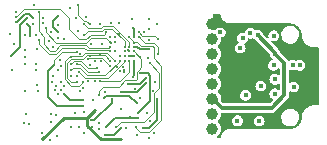
<source format=gbr>
%TF.GenerationSoftware,KiCad,Pcbnew,(7.0.0)*%
%TF.CreationDate,2023-08-10T15:11:27-07:00*%
%TF.ProjectId,Miniscope-v4-Wire-Free,4d696e69-7363-46f7-9065-2d76342d5769,rev?*%
%TF.SameCoordinates,Original*%
%TF.FileFunction,Copper,L5,Inr*%
%TF.FilePolarity,Positive*%
%FSLAX46Y46*%
G04 Gerber Fmt 4.6, Leading zero omitted, Abs format (unit mm)*
G04 Created by KiCad (PCBNEW (7.0.0)) date 2023-08-10 15:11:27*
%MOMM*%
%LPD*%
G01*
G04 APERTURE LIST*
%TA.AperFunction,ComponentPad*%
%ADD10C,1.000000*%
%TD*%
%TA.AperFunction,ViaPad*%
%ADD11C,0.304800*%
%TD*%
%TA.AperFunction,ViaPad*%
%ADD12C,0.254000*%
%TD*%
%TA.AperFunction,ViaPad*%
%ADD13C,0.400000*%
%TD*%
%TA.AperFunction,Conductor*%
%ADD14C,0.152400*%
%TD*%
%TA.AperFunction,Conductor*%
%ADD15C,0.101600*%
%TD*%
%TA.AperFunction,Conductor*%
%ADD16C,0.304800*%
%TD*%
%TA.AperFunction,Conductor*%
%ADD17C,0.254000*%
%TD*%
G04 APERTURE END LIST*
D10*
%TO.N,+3V3*%
%TO.C,J21*%
X97000000Y-60055000D03*
%TD*%
%TO.N,/I2C_BB_SCL*%
%TO.C,J22*%
X97000000Y-61325000D03*
%TD*%
%TO.N,/IR_REC*%
%TO.C,J24*%
X97000000Y-63865000D03*
%TD*%
%TO.N,/I_LED*%
%TO.C,J25*%
X97000000Y-65135000D03*
%TD*%
%TO.N,+1V8*%
%TO.C,J26*%
X97000000Y-66405000D03*
%TD*%
%TO.N,/nON*%
%TO.C,J27*%
X97000000Y-67675000D03*
%TD*%
%TO.N,/I2C_BB_SDA*%
%TO.C,J23*%
X97000000Y-62595000D03*
%TD*%
%TO.N,GND*%
%TO.C,J12*%
X97000000Y-68945000D03*
%TD*%
D11*
%TO.N,Net-(U1-FB1)*%
X87808100Y-66367500D03*
D12*
X90601400Y-66808300D03*
D11*
%TO.N,Net-(U1-FB2)*%
X90857000Y-66367500D03*
%TO.N,Net-(D2-K)*%
X82191800Y-65254200D03*
D12*
X84960400Y-58701000D03*
X84960400Y-58701000D03*
D11*
%TO.N,Net-(U1-SW1)*%
X87945402Y-69462600D03*
D12*
X89280600Y-68903800D03*
D11*
%TO.N,Net-(U1-SW2)*%
X90614100Y-69513400D03*
%TO.N,Net-(U6B-VSW)*%
X91615200Y-61410790D03*
D12*
%TO.N,Net-(Q2-B)*%
X86630160Y-60112368D03*
X85620800Y-58472400D03*
D11*
%TO.N,Net-(U1-PROG)*%
X87449600Y-68480000D03*
D12*
%TO.N,Net-(U1-HPWR)*%
X88491000Y-66473400D03*
X86738400Y-68213300D03*
D11*
%TO.N,GND*%
X81051000Y-68497400D03*
X83349700Y-68357700D03*
X85474133Y-59612893D03*
X81114500Y-65779600D03*
X92060200Y-69335600D03*
D13*
X99140000Y-68270000D03*
X102200000Y-63590000D03*
D11*
X83957611Y-64010396D03*
D13*
X103820000Y-63550000D03*
X100980000Y-68300000D03*
D12*
X89850400Y-62299800D03*
D11*
X83210000Y-61537800D03*
D13*
X102210000Y-61070000D03*
X99819400Y-66125600D03*
D11*
X81571700Y-61131400D03*
D12*
X86672400Y-62754000D03*
D11*
X83556203Y-64504598D03*
D12*
X89698000Y-68853000D03*
D11*
X86446800Y-64941400D03*
X83932200Y-66033600D03*
D13*
X99370000Y-62120000D03*
X104410000Y-63580000D03*
D11*
X86131000Y-67544900D03*
X82625800Y-69275800D03*
X85032200Y-68810200D03*
D12*
X85049800Y-62858600D03*
D11*
X82090200Y-63476200D03*
X91615200Y-69707000D03*
X83946500Y-60170600D03*
D12*
X90907800Y-62840800D03*
D11*
X88417000Y-59963000D03*
X83819600Y-69551500D03*
X81889200Y-58464400D03*
X85722400Y-68835600D03*
X81127200Y-62274400D03*
D12*
X89129800Y-60915800D03*
D11*
X89318700Y-67316300D03*
X90282200Y-64535000D03*
X82079700Y-63988900D03*
D12*
X81317700Y-60077300D03*
X89982200Y-62398200D03*
X89982200Y-62398200D03*
X88782200Y-62398200D03*
X88782200Y-62398200D03*
X90382200Y-63198200D03*
D11*
%TO.N,/SD_DAT2*%
X79844500Y-60890100D03*
%TO.N,/SD_DAT3*%
X80187400Y-61741000D03*
%TO.N,/SD_DAT0*%
X82067000Y-61017100D03*
%TO.N,/SD_CMD*%
X79971500Y-62769700D03*
D12*
X81305000Y-59569300D03*
D11*
%TO.N,/SD_CLK*%
X81130607Y-61000993D03*
%TO.N,/SD_DAT1*%
X80352500Y-59937600D03*
D12*
X81813000Y-59582000D03*
%TO.N,/USB_VBUS*%
X91983500Y-65774900D03*
D11*
X86933200Y-66502800D03*
%TO.N,/SWCLK*%
X86154200Y-60123400D03*
D12*
X89982200Y-61998200D03*
D11*
%TO.N,/SWDIO*%
X86116600Y-61029800D03*
D12*
X89582200Y-61998200D03*
D11*
%TO.N,+1V8*%
X91676198Y-62223610D03*
D13*
X100860800Y-61045600D03*
D11*
X81508200Y-68522800D03*
X81114500Y-63447200D03*
X82706100Y-60017900D03*
X91676174Y-59683600D03*
X84465600Y-66006475D03*
X84160800Y-63595200D03*
X88021597Y-68785053D03*
X82143200Y-62210900D03*
D12*
X90374400Y-61697800D03*
X85828800Y-62641800D03*
D11*
X91145275Y-68904400D03*
D13*
X102350000Y-62640000D03*
D11*
X85664425Y-60683005D03*
X87920000Y-65805000D03*
D12*
X86726200Y-61766400D03*
X90374400Y-61697800D03*
X89182200Y-62798200D03*
X86054800Y-66490800D03*
X90383800Y-62798200D03*
X92330200Y-66405000D03*
X89182200Y-62798200D03*
X86726200Y-61766400D03*
X90730600Y-68021100D03*
X90382200Y-61998200D03*
X89982200Y-62798200D03*
D11*
%TO.N,/SPI1_MOSI*%
X83451300Y-64966800D03*
D12*
X88782200Y-61198200D03*
X88782200Y-61198200D03*
D11*
%TO.N,/SPI1_MISO*%
X83787717Y-65298375D03*
D12*
X88382200Y-61198200D03*
X88382200Y-61198200D03*
%TO.N,/SPI1_SCK*%
X88782200Y-61598200D03*
X88782200Y-61598200D03*
X85787754Y-65731537D03*
X85787754Y-65731537D03*
%TO.N,/SPI1_NSS*%
X87640600Y-61791800D03*
X86052254Y-65490537D03*
X87640600Y-61791800D03*
D11*
%TO.N,/SDMMC1_D0*%
X82884880Y-60430360D03*
D12*
X88382200Y-61598200D03*
D11*
%TO.N,/SDMMC1_D1*%
X83982160Y-61273640D03*
X82675813Y-59581213D03*
%TO.N,/SDMMC1_D3*%
X80365202Y-59074000D03*
X84454600Y-61359968D03*
%TO.N,/SDMMC1_CMD*%
X80377900Y-59505800D03*
D12*
X87982200Y-60798200D03*
%TO.N,/SDMMC1_D2*%
X82309000Y-59073300D03*
X88382200Y-61998200D03*
D11*
%TO.N,/SDMMC1_CK*%
X82346400Y-61461600D03*
D12*
X88382200Y-62398200D03*
D11*
%TO.N,+3V3*%
X83946500Y-60720600D03*
X81216100Y-67684600D03*
D13*
X99133600Y-65490600D03*
D11*
X80035000Y-63950800D03*
X81114500Y-62833200D03*
X91424700Y-64644610D03*
D12*
X90434600Y-65576400D03*
X90079000Y-67913200D03*
D11*
X83792000Y-67802000D03*
X82259295Y-65741708D03*
X83311500Y-60720600D03*
D13*
X98930400Y-61020200D03*
D11*
X83652687Y-65681699D03*
D12*
X81813000Y-60077300D03*
X83946600Y-59416900D03*
X83946600Y-59416900D03*
X83551200Y-61995000D03*
X90434600Y-65576400D03*
X92365000Y-60039200D03*
X90079000Y-67913200D03*
X89901200Y-65144600D03*
X83551200Y-61995000D03*
D11*
X83300000Y-69880000D03*
D12*
X92365000Y-60039200D03*
X81813000Y-60077300D03*
D13*
%TO.N,/EWL_1*%
X102300000Y-65990000D03*
%TO.N,/EWL_2*%
X102299996Y-64770000D03*
D12*
%TO.N,/LED_PWM*%
X87472400Y-62746600D03*
D11*
X91245317Y-60771100D03*
%TO.N,VDC*%
X89307600Y-69800400D03*
X82625800Y-69830900D03*
X87043200Y-67349700D03*
D12*
X86861000Y-68843400D03*
D11*
%TO.N,/ENT*%
X90290855Y-60437692D03*
D12*
X88936000Y-63747600D03*
X90380880Y-61198200D03*
X88936000Y-63747600D03*
D11*
%TO.N,/VDD_PIX*%
X85546000Y-64489600D03*
X83627400Y-63519002D03*
D12*
X85546800Y-62490300D03*
X86046000Y-66989600D03*
D11*
%TO.N,/VDDA*%
X89129800Y-60025800D03*
%TO.N,/RESET_N*%
X84480000Y-65346075D03*
X86614267Y-63531700D03*
%TO.N,/TRIGGER0*%
X84165513Y-65676275D03*
X87550000Y-63250000D03*
%TO.N,/MONITOR0*%
X83330000Y-67690000D03*
D12*
X87475000Y-60072600D03*
X87475000Y-60072600D03*
D11*
%TO.N,/BAT+*%
X86125873Y-69346527D03*
D13*
%TO.N,/IR_REC*%
X101110000Y-65340000D03*
D11*
%TO.N,/XIN32*%
X91628400Y-60466300D03*
D12*
X88418600Y-61702200D03*
D11*
%TO.N,/XOUT32*%
X90167400Y-59640800D03*
%TO.N,/VDDCORE*%
X91589800Y-62993600D03*
%TO.N,/nRESET*%
X87437400Y-66084400D03*
D12*
X90382200Y-62398200D03*
D11*
%TO.N,/CLK1_OUT*%
X84150000Y-63150000D03*
X87058100Y-63224392D03*
D12*
%TO.N,/PCC_DEN2*%
X88382200Y-63198200D03*
X85546800Y-64992200D03*
%TO.N,/PCC_DATA0*%
X88382200Y-63598200D03*
X86471360Y-63041480D03*
%TO.N,/PCC_DEN1*%
X88782200Y-63198200D03*
X86046000Y-64989600D03*
%TO.N,/PCC_DATA1*%
X87250000Y-63836500D03*
X85046000Y-63489600D03*
%TO.N,/PCC_DATA3*%
X85045999Y-63988900D03*
X89182200Y-63198200D03*
%TO.N,/PCC_DATA2*%
X87423389Y-64153977D03*
X85546800Y-63493600D03*
%TO.N,/PCC_DATA5*%
X89153600Y-64042800D03*
X89153600Y-64042800D03*
X89582200Y-62798200D03*
X89582200Y-62798200D03*
%TO.N,/PCC_DATA4*%
X89582200Y-63198200D03*
X85724600Y-64141300D03*
D11*
%TO.N,/ADC0*%
X90536200Y-68776800D03*
D12*
X85340800Y-67650200D03*
X89982200Y-61198200D03*
D11*
%TO.N,/PCC_DATA7*%
X84175200Y-65002360D03*
D12*
X89982200Y-63198200D03*
X87462800Y-64921080D03*
%TO.N,/PCC_DATA6*%
X85048960Y-64494360D03*
X87056400Y-64916000D03*
X87056400Y-64916000D03*
X85048960Y-64494360D03*
D13*
%TO.N,/I2C_BB_SDA*%
X100238009Y-60867800D03*
D12*
X90782200Y-61198200D03*
X92381000Y-62595000D03*
D13*
%TO.N,/I2C_BB_SCL*%
X99565419Y-61285419D03*
D12*
X92402600Y-61317200D03*
X90782200Y-60798200D03*
%TO.N,/I_LED*%
X89443500Y-63730200D03*
D13*
X103900000Y-65410000D03*
D11*
X92123196Y-65025600D03*
%TO.N,/UART_RX*%
X91704600Y-68319600D03*
D12*
X89547946Y-64013589D03*
X89557454Y-64106237D03*
D11*
%TO.N,/UART_TX*%
X91441871Y-67629458D03*
D12*
X89582200Y-62398200D03*
X89582200Y-62398200D03*
D11*
%TO.N,/SD_DET*%
X86281200Y-59488402D03*
D12*
%TO.N,/PUSH_BUT_MCU*%
X89280600Y-65863790D03*
X91424700Y-65093500D03*
D13*
%TO.N,/nON*%
X97700000Y-60740000D03*
D12*
%TO.N,/3V3_EN*%
X90730600Y-67621100D03*
X90917200Y-64255600D03*
D11*
%TO.N,/nCHRG*%
X88872000Y-68810200D03*
X87398800Y-68962600D03*
D12*
X91692116Y-63424684D03*
%TD*%
D14*
%TO.N,Net-(U1-FB1)*%
X90601400Y-66808300D02*
X90601400Y-66782900D01*
X88007000Y-66168600D02*
X87808100Y-66367500D01*
X90601400Y-66782900D02*
X89987100Y-66168600D01*
X89987100Y-66168600D02*
X88007000Y-66168600D01*
%TO.N,Net-(U1-SW1)*%
X89280600Y-68903800D02*
X88721800Y-69462600D01*
X88721800Y-69462600D02*
X87945402Y-69462600D01*
D15*
%TO.N,Net-(Q2-B)*%
X86160291Y-59818599D02*
X86336391Y-59818599D01*
X85620800Y-58472400D02*
X85620800Y-59279108D01*
X86336391Y-59818599D02*
X86630160Y-60112368D01*
X85620800Y-59279108D02*
X86160291Y-59818599D01*
D14*
%TO.N,Net-(U1-HPWR)*%
X86743100Y-68218000D02*
X86738400Y-68213300D01*
X87031000Y-68218000D02*
X86743100Y-68218000D01*
X88491000Y-66473400D02*
X88491000Y-66758000D01*
X88491000Y-66758000D02*
X87031000Y-68218000D01*
%TO.N,GND*%
X90382200Y-63198200D02*
X90382200Y-64435000D01*
X81317700Y-60077300D02*
X81571700Y-60331300D01*
X81571700Y-60331300D02*
X81571700Y-61131400D01*
X90382200Y-64435000D02*
X90282200Y-64535000D01*
%TO.N,/SD_CMD*%
X79971500Y-62755300D02*
X79971500Y-62769700D01*
X80708100Y-62018700D02*
X79971500Y-62755300D01*
X81305000Y-59569300D02*
X80708100Y-60166200D01*
X80708100Y-60166200D02*
X80708100Y-62018700D01*
%TO.N,/SD_DAT1*%
X80485594Y-59937600D02*
X80352500Y-59937600D01*
X81495499Y-59264499D02*
X81158695Y-59264499D01*
X81158695Y-59264499D02*
X80485594Y-59937600D01*
X81813000Y-59582000D02*
X81495499Y-59264499D01*
D15*
%TO.N,/SWCLK*%
X87767600Y-60267800D02*
X87615200Y-60420200D01*
X86451000Y-60420200D02*
X86154200Y-60123400D01*
X87615200Y-60420200D02*
X86451000Y-60420200D01*
X89982200Y-61998200D02*
X89982200Y-61644200D01*
X89982200Y-61644200D02*
X88605800Y-60267800D01*
X88605800Y-60267800D02*
X87767600Y-60267800D01*
%TO.N,/SWDIO*%
X89582200Y-61554143D02*
X88524457Y-60496400D01*
X89582200Y-61998200D02*
X89582200Y-61554143D01*
X87843800Y-60496400D02*
X87640600Y-60699600D01*
X88524457Y-60496400D02*
X87843800Y-60496400D01*
X87640600Y-60699600D02*
X86472200Y-60699600D01*
X86142000Y-61029800D02*
X86116600Y-61029800D01*
X86472200Y-60699600D02*
X86142000Y-61029800D01*
D16*
%TO.N,+1V8*%
X102350000Y-62534800D02*
X102350000Y-62640000D01*
X100860800Y-61045600D02*
X102350000Y-62534800D01*
D14*
X90843512Y-62223610D02*
X91676198Y-62223610D01*
D16*
X97795000Y-67200000D02*
X97279010Y-66684010D01*
X103120000Y-66100000D02*
X102020000Y-67200000D01*
D14*
X86054800Y-66490800D02*
X84949925Y-66490800D01*
D16*
X102350000Y-62640000D02*
X103120000Y-63410000D01*
D14*
X90618102Y-61998200D02*
X90843512Y-62223610D01*
X92330200Y-66405000D02*
X92330200Y-68182698D01*
D16*
X103120000Y-63410000D02*
X103120000Y-66100000D01*
D14*
X88785550Y-68021100D02*
X88021597Y-68785053D01*
X92330200Y-68182698D02*
X91608498Y-68904400D01*
X84949925Y-66490800D02*
X84465600Y-66006475D01*
X90383800Y-62798200D02*
X89982200Y-62798200D01*
X90382200Y-61998200D02*
X90618102Y-61998200D01*
D16*
X102020000Y-67200000D02*
X97795000Y-67200000D01*
D14*
X91608498Y-68904400D02*
X91145275Y-68904400D01*
X90730600Y-68021100D02*
X88785550Y-68021100D01*
D16*
X97279010Y-66684010D02*
X97279010Y-66405000D01*
D15*
%TO.N,/SDMMC1_D0*%
X88042400Y-61258400D02*
X86751600Y-61258400D01*
X88382200Y-61598200D02*
X88042400Y-61258400D01*
X82884880Y-60757646D02*
X82884880Y-60430360D01*
X83792012Y-61664778D02*
X82884880Y-60757646D01*
X86345222Y-61664778D02*
X83792012Y-61664778D01*
X86751600Y-61258400D02*
X86345222Y-61664778D01*
X88382200Y-61598200D02*
X88377578Y-61593578D01*
%TO.N,/SDMMC1_CMD*%
X84897400Y-60521800D02*
X85761000Y-61385400D01*
X84897400Y-59556600D02*
X84897400Y-60521800D01*
X86700800Y-60979000D02*
X87801400Y-60979000D01*
X86294400Y-61385400D02*
X86700800Y-60979000D01*
X85761000Y-61385400D02*
X86294400Y-61385400D01*
X87801400Y-60979000D02*
X87982200Y-60798200D01*
X80377900Y-59505800D02*
X81089801Y-58793899D01*
X81089801Y-58793899D02*
X84134699Y-58793899D01*
X84134699Y-58793899D02*
X84897400Y-59556600D01*
%TO.N,/SDMMC1_D2*%
X86545839Y-62106739D02*
X88273661Y-62106739D01*
X82778200Y-61806200D02*
X83297200Y-62325200D01*
X82309000Y-60702840D02*
X82778200Y-61172040D01*
X82309000Y-59073300D02*
X82309000Y-60702840D01*
X88273661Y-62106739D02*
X88382200Y-61998200D01*
X83297200Y-62325200D02*
X83678200Y-62325200D01*
X82778200Y-61172040D02*
X82778200Y-61806200D01*
X86307089Y-61867989D02*
X86545839Y-62106739D01*
X83678200Y-62325200D02*
X84135411Y-61867989D01*
X84135411Y-61867989D02*
X86307089Y-61867989D01*
%TO.N,/SDMMC1_CK*%
X86167400Y-62071200D02*
X86406150Y-62309950D01*
X84287800Y-62071200D02*
X86167400Y-62071200D01*
X83779800Y-62579200D02*
X84287800Y-62071200D01*
X86406150Y-62309950D02*
X88181332Y-62309950D01*
X88269582Y-62398200D02*
X88382200Y-62398200D01*
X82346400Y-61780800D02*
X83144800Y-62579200D01*
X83144800Y-62579200D02*
X83779800Y-62579200D01*
X82346400Y-61461600D02*
X82346400Y-61780800D01*
X88181332Y-62309950D02*
X88269582Y-62398200D01*
D14*
%TO.N,+3V3*%
X97902200Y-60344000D02*
X97289000Y-60344000D01*
X91366390Y-64644610D02*
X91424700Y-64644610D01*
X83525800Y-59837700D02*
X83946600Y-59416900D01*
X83946500Y-60720600D02*
X83525800Y-60299900D01*
X98930400Y-61020200D02*
X98578400Y-61020200D01*
X89901200Y-65144600D02*
X90866400Y-65144600D01*
X90866400Y-65144600D02*
X91366390Y-64644610D01*
X83525800Y-60299900D02*
X83525800Y-59837700D01*
X98578400Y-61020200D02*
X97902200Y-60344000D01*
X97289000Y-60344000D02*
X97202810Y-60257810D01*
X97202810Y-60257810D02*
X97202810Y-60055000D01*
D17*
%TO.N,VDC*%
X87043200Y-67349700D02*
X86382799Y-68010101D01*
X86382799Y-68010101D02*
X86382799Y-68688281D01*
X87546119Y-69851601D02*
X89256399Y-69851601D01*
X84446599Y-68010101D02*
X86382799Y-68010101D01*
X86382799Y-68688281D02*
X87546119Y-69851601D01*
X82625800Y-69830900D02*
X84446599Y-68010101D01*
X89256399Y-69851601D02*
X89307600Y-69800400D01*
D14*
%TO.N,/ENT*%
X90380880Y-61198200D02*
X90380880Y-60527717D01*
X90380880Y-60527717D02*
X90290855Y-60437692D01*
D15*
%TO.N,/VDD_PIX*%
X84249700Y-62490300D02*
X83627400Y-63112600D01*
X85546800Y-62490300D02*
X84249700Y-62490300D01*
D14*
X83872200Y-66989600D02*
X83121099Y-66238499D01*
X83121099Y-66238499D02*
X83121099Y-64025303D01*
D15*
X83627400Y-63112600D02*
X83627400Y-63519002D01*
D14*
X86046000Y-66989600D02*
X83872200Y-66989600D01*
X83121099Y-64025303D02*
X83627400Y-63519002D01*
D15*
%TO.N,/nRESET*%
X91005600Y-63021600D02*
X91005600Y-63760800D01*
X90382200Y-62398200D02*
X91005600Y-63021600D01*
X90536200Y-64839800D02*
X89647200Y-64839800D01*
X91005600Y-63760800D02*
X90794901Y-63971499D01*
X89647200Y-64839800D02*
X89067700Y-65419300D01*
X90637800Y-64738200D02*
X90536200Y-64839800D01*
X87437400Y-65728800D02*
X87437400Y-66084400D01*
X89067700Y-65419300D02*
X87746900Y-65419300D01*
X87746900Y-65419300D02*
X87437400Y-65728800D01*
X90787787Y-63971499D02*
X90637800Y-64121486D01*
X90794901Y-63971499D02*
X90787787Y-63971499D01*
X90637800Y-64121486D02*
X90637800Y-64738200D01*
%TO.N,/PCC_DEN2*%
X86091211Y-63010989D02*
X85075211Y-63010989D01*
X86385829Y-62716371D02*
X86091211Y-63010989D01*
X85075211Y-63010989D02*
X84745000Y-63341200D01*
X88382200Y-63198200D02*
X87900371Y-62716371D01*
X84745000Y-63341200D02*
X84745000Y-64687400D01*
X84745000Y-64687400D02*
X85049800Y-64992200D01*
X85049800Y-64992200D02*
X85546800Y-64992200D01*
X87900371Y-62716371D02*
X86385829Y-62716371D01*
%TO.N,/PCC_DATA0*%
X88382200Y-63598200D02*
X87703582Y-62919582D01*
X87703582Y-62919582D02*
X86593258Y-62919582D01*
X86593258Y-62919582D02*
X86471360Y-63041480D01*
%TO.N,/PCC_DEN1*%
X85710200Y-65322400D02*
X86043000Y-64989600D01*
X85964222Y-62807778D02*
X84948222Y-62807778D01*
X85074780Y-65322400D02*
X85710200Y-65322400D01*
X86043000Y-64989600D02*
X86046000Y-64989600D01*
X88782200Y-63198200D02*
X88097160Y-62513160D01*
X84948222Y-62807778D02*
X84530800Y-63225200D01*
X84530800Y-63225200D02*
X84530800Y-64778420D01*
X84530800Y-64778420D02*
X85074780Y-65322400D01*
X86258840Y-62513160D02*
X85964222Y-62807778D01*
X88097160Y-62513160D02*
X86258840Y-62513160D01*
%TO.N,/PCC_DATA1*%
X86486500Y-63836500D02*
X87250000Y-63836500D01*
X85046000Y-63489600D02*
X85321401Y-63214199D01*
X85321401Y-63214199D02*
X85864199Y-63214199D01*
X85864199Y-63214199D02*
X86486500Y-63836500D01*
%TO.N,/PCC_DATA3*%
X86433387Y-64433387D02*
X87947013Y-64433387D01*
X85823800Y-63823800D02*
X86433387Y-64433387D01*
X85211099Y-63823800D02*
X85823800Y-63823800D01*
X87947013Y-64433387D02*
X89182200Y-63198200D01*
X85045999Y-63988900D02*
X85211099Y-63823800D01*
%TO.N,/PCC_DATA2*%
X85546800Y-63493600D02*
X85793600Y-63493600D01*
X85793600Y-63493600D02*
X86453977Y-64153977D01*
X86453977Y-64153977D02*
X87423389Y-64153977D01*
%TO.N,/PCC_DATA4*%
X86219898Y-64636598D02*
X88143802Y-64636598D01*
X88143802Y-64636598D02*
X89582200Y-63198200D01*
X85724600Y-64141300D02*
X86219898Y-64636598D01*
%TO.N,/ADC0*%
X92034800Y-62987494D02*
X92682000Y-63634694D01*
X92682000Y-63634694D02*
X92682000Y-68231200D01*
X90536200Y-68878400D02*
X90536200Y-68776800D01*
X90661306Y-61614000D02*
X90966116Y-61918810D01*
X92682000Y-68231200D02*
X91653800Y-69259400D01*
X90966116Y-61918810D02*
X91925228Y-61918810D01*
X89982200Y-61198200D02*
X90398000Y-61614000D01*
X92034800Y-62028382D02*
X92034800Y-62987494D01*
X91925228Y-61918810D02*
X92034800Y-62028382D01*
X90398000Y-61614000D02*
X90661306Y-61614000D01*
X91653800Y-69259400D02*
X90917200Y-69259400D01*
X90917200Y-69259400D02*
X90536200Y-68878400D01*
%TO.N,/PCC_DATA7*%
X89982200Y-63198200D02*
X89982200Y-64149200D01*
X89982200Y-64149200D02*
X89210320Y-64921080D01*
X89210320Y-64921080D02*
X87462800Y-64921080D01*
%TO.N,/I2C_BB_SDA*%
X92381000Y-62011000D02*
X92085600Y-61715600D01*
X91299600Y-61715600D02*
X90782200Y-61198200D01*
X92085600Y-61715600D02*
X91299600Y-61715600D01*
X92381000Y-62595000D02*
X92381000Y-62011000D01*
X90857000Y-61198200D02*
X90782200Y-61198200D01*
%TO.N,/I2C_BB_SCL*%
X92161301Y-61075901D02*
X91059901Y-61075901D01*
X92402600Y-61317200D02*
X92161301Y-61075901D01*
X91059901Y-61075901D02*
X90782200Y-60798200D01*
D14*
%TO.N,/PUSH_BUT_MCU*%
X90654410Y-65863790D02*
X91424700Y-65093500D01*
X89280600Y-65863790D02*
X90654410Y-65863790D01*
%TO.N,/3V3_EN*%
X90730600Y-67621100D02*
X91767599Y-66584101D01*
X91767599Y-66584101D02*
X91767599Y-64450501D01*
X91767599Y-64450501D02*
X91572698Y-64255600D01*
X91572698Y-64255600D02*
X90917200Y-64255600D01*
D15*
%TO.N,/nCHRG*%
X92466600Y-64199168D02*
X92466600Y-65500200D01*
X91192222Y-68380872D02*
X89301328Y-68380872D01*
X91692116Y-63424684D02*
X92466600Y-64199168D01*
X89301328Y-68380872D02*
X88872000Y-68810200D01*
X92034800Y-65932000D02*
X92034800Y-67538294D01*
X92466600Y-65500200D02*
X92034800Y-65932000D01*
X92034800Y-67538294D02*
X91192222Y-68380872D01*
%TD*%
%TA.AperFunction,Conductor*%
%TO.N,+3V3*%
G36*
X97700370Y-59292570D02*
G01*
X97726419Y-59336029D01*
X97737422Y-59391343D01*
X97754302Y-59476205D01*
X97812761Y-59617337D01*
X97897630Y-59744352D01*
X98005648Y-59852370D01*
X98132663Y-59937239D01*
X98273795Y-59995698D01*
X98423620Y-60025500D01*
X98494928Y-60025500D01*
X98500000Y-60025500D01*
X98508285Y-60025500D01*
X103591715Y-60025500D01*
X103596715Y-60025500D01*
X103603268Y-60025785D01*
X103762668Y-60039731D01*
X103775569Y-60042006D01*
X103926957Y-60082570D01*
X103939255Y-60087047D01*
X104081290Y-60153279D01*
X104092635Y-60159828D01*
X104220699Y-60249500D01*
X104221009Y-60249717D01*
X104231050Y-60258143D01*
X104341856Y-60368949D01*
X104350282Y-60378990D01*
X104422039Y-60481470D01*
X104440168Y-60507360D01*
X104446722Y-60518712D01*
X104459258Y-60545595D01*
X104503707Y-60640918D01*
X104512948Y-60660734D01*
X104517431Y-60673049D01*
X104525969Y-60704912D01*
X104557992Y-60824426D01*
X104560268Y-60837335D01*
X104574214Y-60996731D01*
X104574500Y-61003285D01*
X104574500Y-61089720D01*
X104575070Y-61092954D01*
X104575071Y-61092962D01*
X104605090Y-61263202D01*
X104605660Y-61266433D01*
X104606780Y-61269512D01*
X104606781Y-61269513D01*
X104665907Y-61431964D01*
X104665910Y-61431971D01*
X104667031Y-61435050D01*
X104668670Y-61437889D01*
X104668673Y-61437895D01*
X104755108Y-61587604D01*
X104756751Y-61590449D01*
X104758861Y-61592963D01*
X104758862Y-61592965D01*
X104848833Y-61700189D01*
X104872092Y-61727908D01*
X105009551Y-61843249D01*
X105012394Y-61844890D01*
X105012395Y-61844891D01*
X105067399Y-61876648D01*
X105164950Y-61932969D01*
X105333567Y-61994340D01*
X105510280Y-62025500D01*
X105513569Y-62025500D01*
X105924800Y-62025500D01*
X105962400Y-62035575D01*
X105989925Y-62063100D01*
X106000000Y-62100700D01*
X106000000Y-66899300D01*
X105989925Y-66936900D01*
X105962400Y-66964425D01*
X105924800Y-66974500D01*
X105608285Y-66974500D01*
X105600000Y-66974500D01*
X105510280Y-66974500D01*
X105507046Y-66975070D01*
X105507037Y-66975071D01*
X105336797Y-67005090D01*
X105336792Y-67005091D01*
X105333567Y-67005660D01*
X105330489Y-67006779D01*
X105330486Y-67006781D01*
X105168035Y-67065907D01*
X105168023Y-67065912D01*
X105164950Y-67067031D01*
X105162114Y-67068668D01*
X105162104Y-67068673D01*
X105012395Y-67155108D01*
X105012386Y-67155113D01*
X105009551Y-67156751D01*
X105007041Y-67158856D01*
X105007034Y-67158862D01*
X104874602Y-67269985D01*
X104874596Y-67269990D01*
X104872092Y-67272092D01*
X104869990Y-67274596D01*
X104869985Y-67274602D01*
X104758862Y-67407034D01*
X104758856Y-67407041D01*
X104756751Y-67409551D01*
X104755113Y-67412386D01*
X104755108Y-67412395D01*
X104668673Y-67562104D01*
X104668668Y-67562114D01*
X104667031Y-67564950D01*
X104665912Y-67568023D01*
X104665907Y-67568035D01*
X104616089Y-67704912D01*
X104605660Y-67733567D01*
X104605091Y-67736792D01*
X104605090Y-67736797D01*
X104575071Y-67907037D01*
X104575070Y-67907046D01*
X104574500Y-67910280D01*
X104574500Y-67913569D01*
X104574500Y-67996715D01*
X104574214Y-68003269D01*
X104560268Y-68162664D01*
X104557992Y-68175573D01*
X104517432Y-68326947D01*
X104512948Y-68339265D01*
X104446722Y-68481287D01*
X104440168Y-68492639D01*
X104350282Y-68621009D01*
X104341856Y-68631050D01*
X104231050Y-68741856D01*
X104221009Y-68750282D01*
X104092639Y-68840168D01*
X104081287Y-68846722D01*
X103939265Y-68912948D01*
X103926947Y-68917432D01*
X103775573Y-68957992D01*
X103762664Y-68960268D01*
X103603269Y-68974214D01*
X103596715Y-68974500D01*
X98508285Y-68974500D01*
X98500000Y-68974500D01*
X98423620Y-68974500D01*
X98419995Y-68975220D01*
X98419995Y-68975221D01*
X98277414Y-69003582D01*
X98277412Y-69003582D01*
X98273795Y-69004302D01*
X98270392Y-69005711D01*
X98270387Y-69005713D01*
X98136075Y-69061347D01*
X98136069Y-69061350D01*
X98132663Y-69062761D01*
X98129592Y-69064812D01*
X98129588Y-69064815D01*
X98008717Y-69145579D01*
X98008714Y-69145580D01*
X98005648Y-69147630D01*
X98003041Y-69150236D01*
X98003036Y-69150241D01*
X97900241Y-69253036D01*
X97900236Y-69253041D01*
X97897630Y-69255648D01*
X97895580Y-69258714D01*
X97895579Y-69258717D01*
X97814815Y-69379588D01*
X97814812Y-69379592D01*
X97812761Y-69382663D01*
X97811350Y-69386069D01*
X97811347Y-69386075D01*
X97755713Y-69520387D01*
X97755711Y-69520392D01*
X97754302Y-69523795D01*
X97753582Y-69527412D01*
X97753582Y-69527414D01*
X97726419Y-69663971D01*
X97700370Y-69707430D01*
X97652664Y-69724500D01*
X97438606Y-69724500D01*
X97393387Y-69709386D01*
X97366345Y-69670118D01*
X97368350Y-69622482D01*
X97398597Y-69585626D01*
X97407338Y-69580133D01*
X97473400Y-69538624D01*
X97593624Y-69418400D01*
X97684082Y-69274437D01*
X97740237Y-69113954D01*
X97759274Y-68945000D01*
X97740237Y-68776046D01*
X97684082Y-68615563D01*
X97593624Y-68471600D01*
X97485198Y-68363174D01*
X97465734Y-68329463D01*
X97465734Y-68290537D01*
X97477592Y-68270000D01*
X98680826Y-68270000D01*
X98681591Y-68275321D01*
X98698660Y-68394042D01*
X98698661Y-68394047D01*
X98699426Y-68399364D01*
X98701659Y-68404253D01*
X98701660Y-68404257D01*
X98751481Y-68513351D01*
X98751483Y-68513354D01*
X98753718Y-68518248D01*
X98839305Y-68617021D01*
X98857145Y-68628486D01*
X98932219Y-68676733D01*
X98949252Y-68687679D01*
X99074653Y-68724500D01*
X99199966Y-68724500D01*
X99205347Y-68724500D01*
X99330748Y-68687679D01*
X99440695Y-68617021D01*
X99526282Y-68518248D01*
X99580574Y-68399364D01*
X99594861Y-68300000D01*
X100520826Y-68300000D01*
X100521591Y-68305321D01*
X100538660Y-68424042D01*
X100538661Y-68424047D01*
X100539426Y-68429364D01*
X100541659Y-68434253D01*
X100541660Y-68434257D01*
X100591481Y-68543351D01*
X100591483Y-68543354D01*
X100593718Y-68548248D01*
X100679305Y-68647021D01*
X100683832Y-68649930D01*
X100778933Y-68711048D01*
X100789252Y-68717679D01*
X100914653Y-68754500D01*
X101039966Y-68754500D01*
X101045347Y-68754500D01*
X101170748Y-68717679D01*
X101280695Y-68647021D01*
X101366282Y-68548248D01*
X101420574Y-68429364D01*
X101439174Y-68300000D01*
X101420574Y-68170636D01*
X101366282Y-68051752D01*
X101359509Y-68043935D01*
X102845669Y-68043935D01*
X102846429Y-68048249D01*
X102846430Y-68048254D01*
X102875374Y-68212397D01*
X102876135Y-68216711D01*
X102877866Y-68220725D01*
X102877868Y-68220730D01*
X102943888Y-68373783D01*
X102943890Y-68373786D01*
X102945623Y-68377804D01*
X103050390Y-68518530D01*
X103184786Y-68631302D01*
X103341567Y-68710040D01*
X103512279Y-68750500D01*
X103641522Y-68750500D01*
X103643709Y-68750500D01*
X103774255Y-68735241D01*
X103939117Y-68675237D01*
X104085696Y-68578830D01*
X104206092Y-68451218D01*
X104293812Y-68299281D01*
X104344130Y-68131210D01*
X104354331Y-67956065D01*
X104323865Y-67783289D01*
X104254377Y-67622196D01*
X104149610Y-67481470D01*
X104102752Y-67442151D01*
X104018569Y-67371513D01*
X104018567Y-67371512D01*
X104015214Y-67368698D01*
X104011302Y-67366733D01*
X104011300Y-67366732D01*
X103862343Y-67291923D01*
X103862338Y-67291921D01*
X103858433Y-67289960D01*
X103854176Y-67288951D01*
X103691985Y-67250510D01*
X103691980Y-67250509D01*
X103687721Y-67249500D01*
X103556291Y-67249500D01*
X103554129Y-67249752D01*
X103554123Y-67249753D01*
X103430095Y-67264250D01*
X103430090Y-67264251D01*
X103425745Y-67264759D01*
X103421633Y-67266255D01*
X103421627Y-67266257D01*
X103264993Y-67323266D01*
X103264985Y-67323270D01*
X103260883Y-67324763D01*
X103257234Y-67327162D01*
X103257228Y-67327166D01*
X103117960Y-67418765D01*
X103117957Y-67418766D01*
X103114304Y-67421170D01*
X103111303Y-67424350D01*
X103111298Y-67424355D01*
X102996914Y-67545595D01*
X102996911Y-67545598D01*
X102993908Y-67548782D01*
X102991721Y-67552569D01*
X102991718Y-67552574D01*
X102908377Y-67696926D01*
X102908374Y-67696931D01*
X102906188Y-67700719D01*
X102904934Y-67704906D01*
X102904932Y-67704912D01*
X102857126Y-67864592D01*
X102857124Y-67864598D01*
X102855870Y-67868790D01*
X102855615Y-67873161D01*
X102855615Y-67873164D01*
X102845923Y-68039559D01*
X102845923Y-68039566D01*
X102845669Y-68043935D01*
X101359509Y-68043935D01*
X101280695Y-67952979D01*
X101276167Y-67950069D01*
X101175274Y-67885229D01*
X101175270Y-67885227D01*
X101170748Y-67882321D01*
X101165587Y-67880805D01*
X101165586Y-67880805D01*
X101050509Y-67847015D01*
X101050504Y-67847014D01*
X101045347Y-67845500D01*
X100914653Y-67845500D01*
X100909496Y-67847014D01*
X100909490Y-67847015D01*
X100794413Y-67880805D01*
X100794409Y-67880806D01*
X100789252Y-67882321D01*
X100784731Y-67885225D01*
X100784725Y-67885229D01*
X100683832Y-67950069D01*
X100683828Y-67950071D01*
X100679305Y-67952979D01*
X100675783Y-67957042D01*
X100675780Y-67957046D01*
X100597243Y-68047683D01*
X100597240Y-68047686D01*
X100593718Y-68051752D01*
X100591484Y-68056642D01*
X100591481Y-68056648D01*
X100541660Y-68165742D01*
X100541658Y-68165748D01*
X100539426Y-68170636D01*
X100538661Y-68175950D01*
X100538660Y-68175957D01*
X100525904Y-68264679D01*
X100520826Y-68300000D01*
X99594861Y-68300000D01*
X99599174Y-68270000D01*
X99580574Y-68140636D01*
X99526282Y-68021752D01*
X99440695Y-67922979D01*
X99415889Y-67907037D01*
X99335274Y-67855229D01*
X99335270Y-67855227D01*
X99330748Y-67852321D01*
X99325587Y-67850805D01*
X99325586Y-67850805D01*
X99210509Y-67817015D01*
X99210504Y-67817014D01*
X99205347Y-67815500D01*
X99074653Y-67815500D01*
X99069496Y-67817014D01*
X99069490Y-67817015D01*
X98954413Y-67850805D01*
X98954409Y-67850806D01*
X98949252Y-67852321D01*
X98944731Y-67855225D01*
X98944725Y-67855229D01*
X98843832Y-67920069D01*
X98843828Y-67920071D01*
X98839305Y-67922979D01*
X98835783Y-67927042D01*
X98835780Y-67927046D01*
X98757243Y-68017683D01*
X98757240Y-68017686D01*
X98753718Y-68021752D01*
X98751484Y-68026642D01*
X98751481Y-68026648D01*
X98701660Y-68135742D01*
X98701658Y-68135748D01*
X98699426Y-68140636D01*
X98698661Y-68145950D01*
X98698660Y-68145957D01*
X98687910Y-68220730D01*
X98680826Y-68270000D01*
X97477592Y-68270000D01*
X97485198Y-68256826D01*
X97529627Y-68212397D01*
X97593624Y-68148400D01*
X97684082Y-68004437D01*
X97740237Y-67843954D01*
X97759274Y-67675000D01*
X97760661Y-67675156D01*
X97768876Y-67644500D01*
X97796401Y-67616975D01*
X97834001Y-67606900D01*
X102078527Y-67606900D01*
X102084446Y-67606900D01*
X102109657Y-67598708D01*
X102121125Y-67595955D01*
X102147306Y-67591809D01*
X102170924Y-67579773D01*
X102181815Y-67575262D01*
X102207032Y-67567070D01*
X102228477Y-67551487D01*
X102238533Y-67545325D01*
X102262151Y-67533292D01*
X102353292Y-67442151D01*
X102353292Y-67442150D01*
X103430366Y-66365077D01*
X103430366Y-66365076D01*
X103453292Y-66342151D01*
X103465325Y-66318533D01*
X103471490Y-66308474D01*
X103483589Y-66291823D01*
X103483589Y-66291822D01*
X103487070Y-66287032D01*
X103495262Y-66261815D01*
X103499773Y-66250924D01*
X103511809Y-66227306D01*
X103515955Y-66201125D01*
X103518708Y-66189657D01*
X103526900Y-66164446D01*
X103526900Y-66035554D01*
X103526900Y-65848207D01*
X103537427Y-65809835D01*
X103566060Y-65782206D01*
X103604784Y-65773055D01*
X103642756Y-65784945D01*
X103683883Y-65811376D01*
X103709252Y-65827679D01*
X103834653Y-65864500D01*
X103959966Y-65864500D01*
X103965347Y-65864500D01*
X104090748Y-65827679D01*
X104200695Y-65757021D01*
X104286282Y-65658248D01*
X104340574Y-65539364D01*
X104359174Y-65410000D01*
X104340574Y-65280636D01*
X104286282Y-65161752D01*
X104200695Y-65062979D01*
X104196167Y-65060069D01*
X104095274Y-64995229D01*
X104095270Y-64995227D01*
X104090748Y-64992321D01*
X104085587Y-64990805D01*
X104085586Y-64990805D01*
X103970509Y-64957015D01*
X103970504Y-64957014D01*
X103965347Y-64955500D01*
X103834653Y-64955500D01*
X103829496Y-64957014D01*
X103829490Y-64957015D01*
X103714413Y-64990805D01*
X103714409Y-64990806D01*
X103709252Y-64992321D01*
X103704731Y-64995225D01*
X103704725Y-64995229D01*
X103642756Y-65035055D01*
X103604784Y-65046945D01*
X103566060Y-65037794D01*
X103537427Y-65010165D01*
X103526900Y-64971793D01*
X103526900Y-64037108D01*
X103542990Y-63990621D01*
X103584374Y-63964027D01*
X103629070Y-63968296D01*
X103629252Y-63967679D01*
X103754653Y-64004500D01*
X103879966Y-64004500D01*
X103885347Y-64004500D01*
X104010748Y-63967679D01*
X104051005Y-63941806D01*
X104091659Y-63929870D01*
X104132313Y-63941807D01*
X104219252Y-63997679D01*
X104344653Y-64034500D01*
X104469966Y-64034500D01*
X104475347Y-64034500D01*
X104600748Y-63997679D01*
X104710695Y-63927021D01*
X104796282Y-63828248D01*
X104850574Y-63709364D01*
X104869174Y-63580000D01*
X104850574Y-63450636D01*
X104796282Y-63331752D01*
X104710695Y-63232979D01*
X104706060Y-63230000D01*
X104605274Y-63165229D01*
X104605270Y-63165227D01*
X104600748Y-63162321D01*
X104595587Y-63160805D01*
X104595586Y-63160805D01*
X104480509Y-63127015D01*
X104480504Y-63127014D01*
X104475347Y-63125500D01*
X104344653Y-63125500D01*
X104339496Y-63127014D01*
X104339490Y-63127015D01*
X104224415Y-63160804D01*
X104224408Y-63160806D01*
X104219252Y-63162321D01*
X104214727Y-63165228D01*
X104214720Y-63165232D01*
X104178994Y-63188191D01*
X104138339Y-63200128D01*
X104097685Y-63188191D01*
X104030360Y-63144925D01*
X104010748Y-63132321D01*
X104005587Y-63130805D01*
X104005586Y-63130805D01*
X103890509Y-63097015D01*
X103890504Y-63097014D01*
X103885347Y-63095500D01*
X103754653Y-63095500D01*
X103749496Y-63097014D01*
X103749490Y-63097015D01*
X103634413Y-63130805D01*
X103634409Y-63130806D01*
X103629252Y-63132321D01*
X103624727Y-63135228D01*
X103624727Y-63135229D01*
X103550669Y-63182822D01*
X103515019Y-63194592D01*
X103478122Y-63187661D01*
X103453670Y-63167470D01*
X103453292Y-63167849D01*
X103430368Y-63144925D01*
X103430366Y-63144922D01*
X102795541Y-62510098D01*
X102780311Y-62488164D01*
X102770655Y-62467021D01*
X102736282Y-62391752D01*
X102732756Y-62387682D01*
X102732514Y-62387306D01*
X102724256Y-62369886D01*
X102717070Y-62347768D01*
X102701487Y-62326320D01*
X102695325Y-62316265D01*
X102685980Y-62297925D01*
X102683292Y-62292649D01*
X102592153Y-62201510D01*
X102592151Y-62201507D01*
X102028075Y-61637431D01*
X102006635Y-61593629D01*
X102016576Y-61545884D01*
X102053717Y-61514278D01*
X102102433Y-61512103D01*
X102144653Y-61524500D01*
X102269966Y-61524500D01*
X102275347Y-61524500D01*
X102400748Y-61487679D01*
X102510695Y-61417021D01*
X102596282Y-61318248D01*
X102650574Y-61199364D01*
X102669174Y-61070000D01*
X102665426Y-61043935D01*
X102845669Y-61043935D01*
X102846429Y-61048249D01*
X102846430Y-61048254D01*
X102873939Y-61204257D01*
X102876135Y-61216711D01*
X102877866Y-61220725D01*
X102877868Y-61220730D01*
X102943888Y-61373783D01*
X102943890Y-61373786D01*
X102945623Y-61377804D01*
X103050390Y-61518530D01*
X103184786Y-61631302D01*
X103341567Y-61710040D01*
X103512279Y-61750500D01*
X103641522Y-61750500D01*
X103643709Y-61750500D01*
X103774255Y-61735241D01*
X103939117Y-61675237D01*
X104085696Y-61578830D01*
X104206092Y-61451218D01*
X104293812Y-61299281D01*
X104344130Y-61131210D01*
X104354331Y-60956065D01*
X104323865Y-60783289D01*
X104254377Y-60622196D01*
X104149610Y-60481470D01*
X104146253Y-60478653D01*
X104018569Y-60371513D01*
X104018567Y-60371512D01*
X104015214Y-60368698D01*
X104011302Y-60366733D01*
X104011300Y-60366732D01*
X103862343Y-60291923D01*
X103862338Y-60291921D01*
X103858433Y-60289960D01*
X103854176Y-60288951D01*
X103691985Y-60250510D01*
X103691980Y-60250509D01*
X103687721Y-60249500D01*
X103556291Y-60249500D01*
X103554129Y-60249752D01*
X103554123Y-60249753D01*
X103430095Y-60264250D01*
X103430090Y-60264251D01*
X103425745Y-60264759D01*
X103421633Y-60266255D01*
X103421627Y-60266257D01*
X103264993Y-60323266D01*
X103264985Y-60323270D01*
X103260883Y-60324763D01*
X103257234Y-60327162D01*
X103257228Y-60327166D01*
X103117960Y-60418765D01*
X103117957Y-60418766D01*
X103114304Y-60421170D01*
X103111303Y-60424350D01*
X103111298Y-60424355D01*
X102996914Y-60545595D01*
X102996911Y-60545598D01*
X102993908Y-60548782D01*
X102991721Y-60552569D01*
X102991718Y-60552574D01*
X102908377Y-60696926D01*
X102908374Y-60696931D01*
X102906188Y-60700719D01*
X102904934Y-60704906D01*
X102904932Y-60704912D01*
X102857126Y-60864592D01*
X102857124Y-60864598D01*
X102855870Y-60868790D01*
X102855615Y-60873161D01*
X102855615Y-60873164D01*
X102845923Y-61039559D01*
X102845923Y-61039566D01*
X102845669Y-61043935D01*
X102665426Y-61043935D01*
X102650574Y-60940636D01*
X102634803Y-60906103D01*
X102598518Y-60826648D01*
X102598517Y-60826647D01*
X102596282Y-60821752D01*
X102510695Y-60722979D01*
X102479056Y-60702646D01*
X102405274Y-60655229D01*
X102405270Y-60655227D01*
X102400748Y-60652321D01*
X102395587Y-60650805D01*
X102395586Y-60650805D01*
X102280509Y-60617015D01*
X102280504Y-60617014D01*
X102275347Y-60615500D01*
X102144653Y-60615500D01*
X102139496Y-60617014D01*
X102139490Y-60617015D01*
X102024413Y-60650805D01*
X102024409Y-60650806D01*
X102019252Y-60652321D01*
X102014731Y-60655225D01*
X102014725Y-60655229D01*
X101913832Y-60720069D01*
X101913828Y-60720071D01*
X101909305Y-60722979D01*
X101905783Y-60727042D01*
X101905780Y-60727046D01*
X101827243Y-60817683D01*
X101827240Y-60817686D01*
X101823718Y-60821752D01*
X101821484Y-60826642D01*
X101821481Y-60826648D01*
X101771660Y-60935742D01*
X101771658Y-60935748D01*
X101769426Y-60940636D01*
X101768661Y-60945950D01*
X101768660Y-60945957D01*
X101751591Y-61064679D01*
X101750826Y-61070000D01*
X101751591Y-61075321D01*
X101767399Y-61185271D01*
X101759598Y-61230829D01*
X101726625Y-61263219D01*
X101680935Y-61270205D01*
X101639790Y-61249147D01*
X101306342Y-60915699D01*
X101291111Y-60893764D01*
X101282203Y-60874257D01*
X101247082Y-60797352D01*
X101239174Y-60788226D01*
X101165019Y-60702646D01*
X101161495Y-60698579D01*
X101121774Y-60673052D01*
X101056074Y-60630829D01*
X101056070Y-60630827D01*
X101051548Y-60627921D01*
X101046387Y-60626405D01*
X101046386Y-60626405D01*
X100931309Y-60592615D01*
X100931304Y-60592614D01*
X100926147Y-60591100D01*
X100795453Y-60591100D01*
X100790290Y-60592615D01*
X100790289Y-60592616D01*
X100685722Y-60623319D01*
X100643349Y-60623319D01*
X100607706Y-60600412D01*
X100538704Y-60520779D01*
X100526211Y-60512750D01*
X100433283Y-60453029D01*
X100433279Y-60453027D01*
X100428757Y-60450121D01*
X100423596Y-60448605D01*
X100423595Y-60448605D01*
X100308518Y-60414815D01*
X100308513Y-60414814D01*
X100303356Y-60413300D01*
X100172662Y-60413300D01*
X100167505Y-60414814D01*
X100167499Y-60414815D01*
X100052422Y-60448605D01*
X100052418Y-60448606D01*
X100047261Y-60450121D01*
X100042740Y-60453025D01*
X100042734Y-60453029D01*
X99941841Y-60517869D01*
X99941837Y-60517871D01*
X99937314Y-60520779D01*
X99933792Y-60524842D01*
X99933789Y-60524846D01*
X99855252Y-60615483D01*
X99855249Y-60615486D01*
X99851727Y-60619552D01*
X99849493Y-60624442D01*
X99849490Y-60624448D01*
X99799669Y-60733542D01*
X99799667Y-60733548D01*
X99797435Y-60738436D01*
X99796670Y-60743750D01*
X99796669Y-60743757D01*
X99790276Y-60788226D01*
X99772673Y-60826770D01*
X99737028Y-60849678D01*
X99694655Y-60849678D01*
X99635929Y-60832435D01*
X99630766Y-60830919D01*
X99500072Y-60830919D01*
X99494915Y-60832433D01*
X99494909Y-60832434D01*
X99379832Y-60866224D01*
X99379828Y-60866225D01*
X99374671Y-60867740D01*
X99370150Y-60870644D01*
X99370144Y-60870648D01*
X99269251Y-60935488D01*
X99269247Y-60935490D01*
X99264724Y-60938398D01*
X99261202Y-60942461D01*
X99261199Y-60942465D01*
X99182662Y-61033102D01*
X99182659Y-61033105D01*
X99179137Y-61037171D01*
X99176903Y-61042061D01*
X99176900Y-61042067D01*
X99127079Y-61151161D01*
X99127077Y-61151167D01*
X99124845Y-61156055D01*
X99124080Y-61161369D01*
X99124079Y-61161376D01*
X99115546Y-61220730D01*
X99106245Y-61285419D01*
X99107010Y-61290740D01*
X99124079Y-61409461D01*
X99124080Y-61409466D01*
X99124845Y-61414783D01*
X99127078Y-61419672D01*
X99127079Y-61419676D01*
X99176900Y-61528770D01*
X99176902Y-61528773D01*
X99179137Y-61533667D01*
X99218271Y-61578830D01*
X99219032Y-61579708D01*
X99237314Y-61625373D01*
X99223458Y-61672569D01*
X99188727Y-61697304D01*
X99189306Y-61698571D01*
X99184410Y-61700806D01*
X99179252Y-61702321D01*
X99174731Y-61705225D01*
X99174725Y-61705229D01*
X99073832Y-61770069D01*
X99073828Y-61770071D01*
X99069305Y-61772979D01*
X99065783Y-61777042D01*
X99065780Y-61777046D01*
X98987243Y-61867683D01*
X98987240Y-61867686D01*
X98983718Y-61871752D01*
X98981484Y-61876642D01*
X98981481Y-61876648D01*
X98931660Y-61985742D01*
X98931658Y-61985748D01*
X98929426Y-61990636D01*
X98928661Y-61995950D01*
X98928660Y-61995957D01*
X98919007Y-62063100D01*
X98910826Y-62120000D01*
X98911591Y-62125321D01*
X98928660Y-62244042D01*
X98928661Y-62244047D01*
X98929426Y-62249364D01*
X98931659Y-62254253D01*
X98931660Y-62254257D01*
X98981481Y-62363351D01*
X98981483Y-62363354D01*
X98983718Y-62368248D01*
X99069305Y-62467021D01*
X99179252Y-62537679D01*
X99304653Y-62574500D01*
X99429966Y-62574500D01*
X99435347Y-62574500D01*
X99560748Y-62537679D01*
X99670695Y-62467021D01*
X99756282Y-62368248D01*
X99810574Y-62249364D01*
X99829174Y-62120000D01*
X99810574Y-61990636D01*
X99787695Y-61940537D01*
X99758518Y-61876648D01*
X99758517Y-61876647D01*
X99756282Y-61871752D01*
X99716385Y-61825708D01*
X99698104Y-61780038D01*
X99711969Y-61732837D01*
X99746692Y-61708117D01*
X99746113Y-61706848D01*
X99751005Y-61704613D01*
X99756167Y-61703098D01*
X99866114Y-61632440D01*
X99951701Y-61533667D01*
X100005993Y-61414783D01*
X100013152Y-61364990D01*
X100030753Y-61326449D01*
X100066399Y-61303540D01*
X100108771Y-61303540D01*
X100172662Y-61322300D01*
X100297975Y-61322300D01*
X100303356Y-61322300D01*
X100413087Y-61290080D01*
X100455458Y-61290080D01*
X100491102Y-61312987D01*
X100560105Y-61392621D01*
X100670052Y-61463279D01*
X100698328Y-61471581D01*
X100730318Y-61490561D01*
X101874986Y-62635229D01*
X101896246Y-62677700D01*
X101908659Y-62764035D01*
X101908660Y-62764040D01*
X101909426Y-62769364D01*
X101911662Y-62774260D01*
X101961481Y-62883351D01*
X101961483Y-62883354D01*
X101963718Y-62888248D01*
X102049305Y-62987021D01*
X102053832Y-62989930D01*
X102096128Y-63017112D01*
X102123876Y-63049134D01*
X102129907Y-63091075D01*
X102112305Y-63129619D01*
X102076659Y-63152528D01*
X102014411Y-63170806D01*
X102014409Y-63170806D01*
X102009252Y-63172321D01*
X102004731Y-63175225D01*
X102004725Y-63175229D01*
X101903832Y-63240069D01*
X101903828Y-63240071D01*
X101899305Y-63242979D01*
X101895783Y-63247042D01*
X101895780Y-63247046D01*
X101817243Y-63337683D01*
X101817240Y-63337686D01*
X101813718Y-63341752D01*
X101811484Y-63346642D01*
X101811481Y-63346648D01*
X101761660Y-63455742D01*
X101761658Y-63455748D01*
X101759426Y-63460636D01*
X101758661Y-63465950D01*
X101758660Y-63465957D01*
X101743029Y-63574679D01*
X101740826Y-63590000D01*
X101741591Y-63595321D01*
X101758660Y-63714042D01*
X101758661Y-63714047D01*
X101759426Y-63719364D01*
X101761659Y-63724253D01*
X101761660Y-63724257D01*
X101811481Y-63833351D01*
X101811483Y-63833354D01*
X101813718Y-63838248D01*
X101899305Y-63937021D01*
X101948607Y-63968705D01*
X101993691Y-63997679D01*
X102009252Y-64007679D01*
X102134653Y-64044500D01*
X102259966Y-64044500D01*
X102265347Y-64044500D01*
X102390748Y-64007679D01*
X102500695Y-63937021D01*
X102581069Y-63844263D01*
X102619302Y-63820646D01*
X102664180Y-63823051D01*
X102699671Y-63850622D01*
X102713100Y-63893510D01*
X102713100Y-64357502D01*
X102702573Y-64395874D01*
X102673940Y-64423503D01*
X102635216Y-64432654D01*
X102597244Y-64420764D01*
X102495270Y-64355229D01*
X102495266Y-64355227D01*
X102490744Y-64352321D01*
X102485583Y-64350805D01*
X102485582Y-64350805D01*
X102370505Y-64317015D01*
X102370500Y-64317014D01*
X102365343Y-64315500D01*
X102234649Y-64315500D01*
X102229492Y-64317014D01*
X102229486Y-64317015D01*
X102114409Y-64350805D01*
X102114405Y-64350806D01*
X102109248Y-64352321D01*
X102104727Y-64355225D01*
X102104721Y-64355229D01*
X102003828Y-64420069D01*
X102003824Y-64420071D01*
X101999301Y-64422979D01*
X101995779Y-64427042D01*
X101995776Y-64427046D01*
X101917239Y-64517683D01*
X101917236Y-64517686D01*
X101913714Y-64521752D01*
X101911480Y-64526642D01*
X101911477Y-64526648D01*
X101861656Y-64635742D01*
X101861654Y-64635748D01*
X101859422Y-64640636D01*
X101858657Y-64645950D01*
X101858656Y-64645957D01*
X101841587Y-64764679D01*
X101840822Y-64770000D01*
X101841587Y-64775321D01*
X101858656Y-64894042D01*
X101858657Y-64894047D01*
X101859422Y-64899364D01*
X101861655Y-64904253D01*
X101861656Y-64904257D01*
X101911477Y-65013351D01*
X101911479Y-65013354D01*
X101913714Y-65018248D01*
X101999301Y-65117021D01*
X102109248Y-65187679D01*
X102234649Y-65224500D01*
X102359962Y-65224500D01*
X102365343Y-65224500D01*
X102490744Y-65187679D01*
X102597244Y-65119235D01*
X102635216Y-65107346D01*
X102673940Y-65116497D01*
X102702573Y-65144126D01*
X102713100Y-65182498D01*
X102713100Y-65577499D01*
X102702573Y-65615871D01*
X102673940Y-65643500D01*
X102635216Y-65652651D01*
X102597244Y-65640761D01*
X102495274Y-65575229D01*
X102495270Y-65575227D01*
X102490748Y-65572321D01*
X102485587Y-65570805D01*
X102485586Y-65570805D01*
X102370509Y-65537015D01*
X102370504Y-65537014D01*
X102365347Y-65535500D01*
X102234653Y-65535500D01*
X102229496Y-65537014D01*
X102229490Y-65537015D01*
X102114413Y-65570805D01*
X102114409Y-65570806D01*
X102109252Y-65572321D01*
X102104731Y-65575225D01*
X102104725Y-65575229D01*
X102003832Y-65640069D01*
X102003828Y-65640071D01*
X101999305Y-65642979D01*
X101995783Y-65647042D01*
X101995780Y-65647046D01*
X101917243Y-65737683D01*
X101917240Y-65737686D01*
X101913718Y-65741752D01*
X101911484Y-65746642D01*
X101911481Y-65746648D01*
X101861660Y-65855742D01*
X101861658Y-65855748D01*
X101859426Y-65860636D01*
X101858661Y-65865950D01*
X101858660Y-65865957D01*
X101841591Y-65984679D01*
X101840826Y-65990000D01*
X101841591Y-65995321D01*
X101858660Y-66114042D01*
X101858661Y-66114047D01*
X101859426Y-66119364D01*
X101861659Y-66124253D01*
X101861660Y-66124257D01*
X101911481Y-66233351D01*
X101911483Y-66233354D01*
X101913718Y-66238248D01*
X101917243Y-66242316D01*
X101978719Y-66313264D01*
X101999305Y-66337021D01*
X102108444Y-66407160D01*
X102136914Y-66440817D01*
X102141627Y-66484651D01*
X102120961Y-66523594D01*
X101873483Y-66771074D01*
X101849086Y-66787376D01*
X101820308Y-66793100D01*
X97994691Y-66793100D01*
X97965913Y-66787376D01*
X97941517Y-66771074D01*
X97766265Y-66595822D01*
X97748459Y-66567485D01*
X97744712Y-66534231D01*
X97759274Y-66405000D01*
X97740237Y-66236046D01*
X97701591Y-66125600D01*
X99360226Y-66125600D01*
X99360991Y-66130921D01*
X99378060Y-66249642D01*
X99378061Y-66249647D01*
X99378826Y-66254964D01*
X99381059Y-66259853D01*
X99381060Y-66259857D01*
X99430881Y-66368951D01*
X99430883Y-66368954D01*
X99433118Y-66373848D01*
X99518705Y-66472621D01*
X99573678Y-66507950D01*
X99614566Y-66534227D01*
X99628652Y-66543279D01*
X99754053Y-66580100D01*
X99879366Y-66580100D01*
X99884747Y-66580100D01*
X100010148Y-66543279D01*
X100120095Y-66472621D01*
X100205682Y-66373848D01*
X100259974Y-66254964D01*
X100278574Y-66125600D01*
X100259974Y-65996236D01*
X100205682Y-65877352D01*
X100120095Y-65778579D01*
X100115567Y-65775669D01*
X100014674Y-65710829D01*
X100014670Y-65710827D01*
X100010148Y-65707921D01*
X100004987Y-65706405D01*
X100004986Y-65706405D01*
X99889909Y-65672615D01*
X99889904Y-65672614D01*
X99884747Y-65671100D01*
X99754053Y-65671100D01*
X99748896Y-65672614D01*
X99748890Y-65672615D01*
X99633813Y-65706405D01*
X99633809Y-65706406D01*
X99628652Y-65707921D01*
X99624131Y-65710825D01*
X99624125Y-65710829D01*
X99523232Y-65775669D01*
X99523228Y-65775671D01*
X99518705Y-65778579D01*
X99515183Y-65782642D01*
X99515180Y-65782646D01*
X99436643Y-65873283D01*
X99436640Y-65873286D01*
X99433118Y-65877352D01*
X99430884Y-65882242D01*
X99430881Y-65882248D01*
X99381060Y-65991342D01*
X99381058Y-65991348D01*
X99378826Y-65996236D01*
X99378061Y-66001550D01*
X99378060Y-66001557D01*
X99367934Y-66071988D01*
X99360226Y-66125600D01*
X97701591Y-66125600D01*
X97684082Y-66075563D01*
X97593624Y-65931600D01*
X97485198Y-65823173D01*
X97465734Y-65789463D01*
X97465734Y-65750537D01*
X97485198Y-65716826D01*
X97530924Y-65671100D01*
X97593624Y-65608400D01*
X97684082Y-65464437D01*
X97727624Y-65340000D01*
X100650826Y-65340000D01*
X100651591Y-65345321D01*
X100668660Y-65464042D01*
X100668661Y-65464047D01*
X100669426Y-65469364D01*
X100671659Y-65474253D01*
X100671660Y-65474257D01*
X100721481Y-65583351D01*
X100721483Y-65583354D01*
X100723718Y-65588248D01*
X100809305Y-65687021D01*
X100846351Y-65710829D01*
X100908138Y-65750537D01*
X100919252Y-65757679D01*
X101044653Y-65794500D01*
X101169966Y-65794500D01*
X101175347Y-65794500D01*
X101300748Y-65757679D01*
X101410695Y-65687021D01*
X101496282Y-65588248D01*
X101550574Y-65469364D01*
X101569174Y-65340000D01*
X101550574Y-65210636D01*
X101505964Y-65112953D01*
X101498518Y-65096648D01*
X101498517Y-65096647D01*
X101496282Y-65091752D01*
X101410695Y-64992979D01*
X101358624Y-64959515D01*
X101305274Y-64925229D01*
X101305270Y-64925227D01*
X101300748Y-64922321D01*
X101295587Y-64920805D01*
X101295586Y-64920805D01*
X101180509Y-64887015D01*
X101180504Y-64887014D01*
X101175347Y-64885500D01*
X101044653Y-64885500D01*
X101039496Y-64887014D01*
X101039490Y-64887015D01*
X100924413Y-64920805D01*
X100924409Y-64920806D01*
X100919252Y-64922321D01*
X100914731Y-64925225D01*
X100914725Y-64925229D01*
X100813832Y-64990069D01*
X100813828Y-64990071D01*
X100809305Y-64992979D01*
X100805783Y-64997042D01*
X100805780Y-64997046D01*
X100727243Y-65087683D01*
X100727240Y-65087686D01*
X100723718Y-65091752D01*
X100721484Y-65096642D01*
X100721481Y-65096648D01*
X100671660Y-65205742D01*
X100671658Y-65205748D01*
X100669426Y-65210636D01*
X100668661Y-65215950D01*
X100668660Y-65215957D01*
X100655435Y-65307942D01*
X100650826Y-65340000D01*
X97727624Y-65340000D01*
X97740237Y-65303954D01*
X97759274Y-65135000D01*
X97740237Y-64966046D01*
X97684082Y-64805563D01*
X97593624Y-64661600D01*
X97485198Y-64553174D01*
X97465734Y-64519463D01*
X97465734Y-64480537D01*
X97485198Y-64446826D01*
X97536150Y-64395874D01*
X97593624Y-64338400D01*
X97684082Y-64194437D01*
X97740237Y-64033954D01*
X97759274Y-63865000D01*
X97740237Y-63696046D01*
X97684082Y-63535563D01*
X97593624Y-63391600D01*
X97485198Y-63283173D01*
X97465734Y-63249463D01*
X97465734Y-63210537D01*
X97485198Y-63176826D01*
X97536524Y-63125500D01*
X97593624Y-63068400D01*
X97684082Y-62924437D01*
X97740237Y-62763954D01*
X97759274Y-62595000D01*
X97740237Y-62426046D01*
X97684082Y-62265563D01*
X97593624Y-62121600D01*
X97485198Y-62013174D01*
X97465734Y-61979463D01*
X97465734Y-61940537D01*
X97485198Y-61906826D01*
X97524341Y-61867683D01*
X97593624Y-61798400D01*
X97684082Y-61654437D01*
X97740237Y-61493954D01*
X97759274Y-61325000D01*
X97752308Y-61263179D01*
X97756487Y-61228721D01*
X97775699Y-61199810D01*
X97805846Y-61182608D01*
X97890748Y-61157679D01*
X98000695Y-61087021D01*
X98086282Y-60988248D01*
X98140574Y-60869364D01*
X98159174Y-60740000D01*
X98158245Y-60733542D01*
X98146567Y-60652321D01*
X98140574Y-60610636D01*
X98114058Y-60552574D01*
X98088518Y-60496648D01*
X98088517Y-60496646D01*
X98086282Y-60491752D01*
X98000695Y-60392979D01*
X97996167Y-60390069D01*
X97895274Y-60325229D01*
X97895270Y-60325227D01*
X97890748Y-60322321D01*
X97885587Y-60320805D01*
X97885586Y-60320805D01*
X97770509Y-60287015D01*
X97770504Y-60287014D01*
X97765347Y-60285500D01*
X97634653Y-60285500D01*
X97629496Y-60287014D01*
X97629490Y-60287015D01*
X97514413Y-60320805D01*
X97514409Y-60320806D01*
X97509252Y-60322321D01*
X97504731Y-60325225D01*
X97504725Y-60325229D01*
X97403832Y-60390069D01*
X97403828Y-60390071D01*
X97399305Y-60392979D01*
X97395783Y-60397042D01*
X97395780Y-60397046D01*
X97317243Y-60487683D01*
X97317240Y-60487686D01*
X97313718Y-60491752D01*
X97311483Y-60496645D01*
X97311483Y-60496646D01*
X97285643Y-60553227D01*
X97262713Y-60581880D01*
X97228954Y-60596269D01*
X97192404Y-60592968D01*
X97172941Y-60586158D01*
X97172940Y-60586157D01*
X97168954Y-60584763D01*
X97164760Y-60584290D01*
X97164754Y-60584289D01*
X97117944Y-60579015D01*
X97092278Y-60576123D01*
X97058338Y-60563530D01*
X97034215Y-60536536D01*
X97025500Y-60501397D01*
X97025500Y-59350700D01*
X97035575Y-59313100D01*
X97063100Y-59285575D01*
X97100700Y-59275500D01*
X97652664Y-59275500D01*
X97700370Y-59292570D01*
G37*
%TD.AperFunction*%
%TD*%
M02*

</source>
